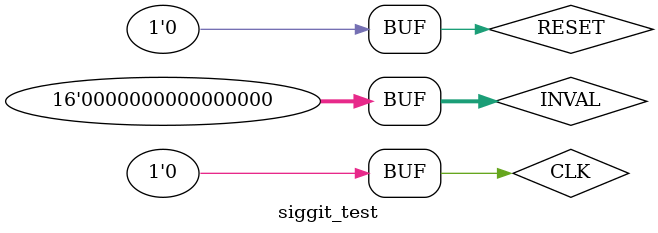
<source format=v>
`timescale 1ns / 1ps


module siggit_test;

	// Inputs
	reg [15:0] INVAL;
	reg CLK;
	reg RESET;

	// Outputs
	wire BITSTREAM;

	// Instantiate the Unit Under Test (UUT)
	siggit uut (
		.INVAL(INVAL), 
		.CLK(CLK), 
		.RESET(RESET), 
		.BITSTREAM(BITSTREAM)
	);

	initial begin
		// Initialize Inputs
		INVAL = 0;
		CLK = 0;
		RESET = 0;

		// Wait 100 ns for global reset to finish
		#100;
        
		// Add stimulus here

	end
      
endmodule


</source>
